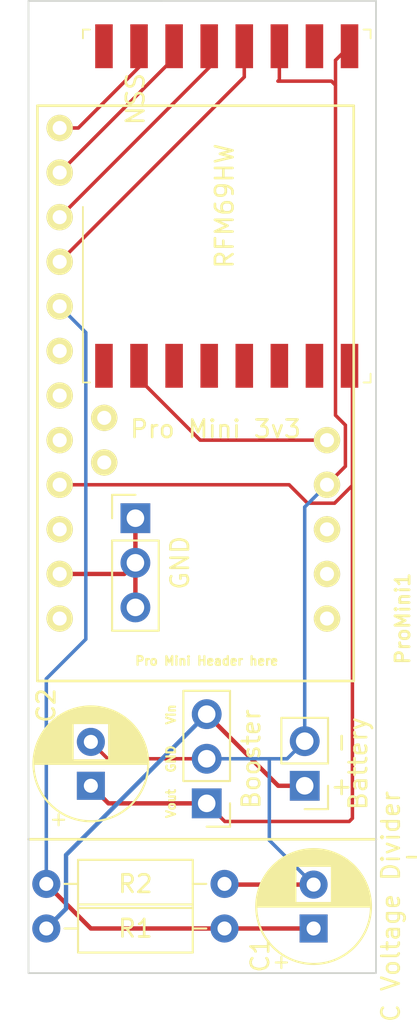
<source format=kicad_pcb>
(kicad_pcb (version 20211014) (generator pcbnew)
  (title_block (date "sam. 04 avril 2015"))
  (layers (0 "F.Cu" signal) (31 "B.Cu" signal) (34 "B.Paste" user) (35 "F.Paste" user) (36 "B.SilkS" user "B.Silkscreen") (37 "F.SilkS" user "F.Silkscreen") (38 "B.Mask" user) (39 "F.Mask" user) (44 "Edge.Cuts" user))
  (net 0 "")
  (net 1 "Net-(C2-Pad1)")
  (net 2 "GND")
  (net 3 "Net-(C1-Pad1)")
  (net 4 "+3V3")
  (net 20 "Net-(J3-Pad1)")
  (net 21 "Net-(ProMini1-PadDI00)")
  (net 23 "Net-(ProMini1-PadMISO)")
  (net 24 "Net-(ProMini1-PadMOSI)")
  (net 25 "Net-(ProMini1-PadNSS)")
  (net 26 "Net-(ProMini1-PadSCK)")
  (footprint "RF_Module:HOPERF_RFM69HW" (layer "F.Cu") (at 104.775 66.04 90)
    (fp_text reference "RFM69HW" (at 0 -0.127 90) (layer "F.SilkS"))
    (fp_text value "RFM69HW")
    (fp_line (start -10.05 -8.2) (end -0.05 -8.2) (layer "F.SilkS") (width 0.1))
    (fp_line (start 10.05 -8.2) (end 10.05 -7.8) (layer "F.SilkS") (width 0.1))
    (fp_line (start -10.05 8.2) (end -9.55 8.2) (layer "F.SilkS") (width 0.1))
    (fp_line (start -10.05 7.8) (end -10.05 8.2) (layer "F.SilkS") (width 0.1))
    (fp_line (start 9.55 -8.2) (end 10.05 -8.2) (layer "F.SilkS") (width 0.1))
    (fp_line (start 9.55 8.2) (end 10.05 8.2) (layer "F.SilkS") (width 0.1))
    (fp_line (start 10.05 7.8) (end 10.05 8.2) (layer "F.SilkS") (width 0.1))
    (fp_line (start -10.05 -8.2) (end -10.05 -7.8) (layer "F.SilkS") (width 0.1))
    (pad "1" smd rect (at -9.1 -7 90) (size 2.5 1) (layers "F.Cu" "F.Paste" "F.Mask"))
    (pad "2" smd rect (at -9.1 -5 90) (size 2.5 1) (layers "F.Cu" "F.Paste" "F.Mask") (net 21 "Net-(ProMini1-PadDI00)"))
    (pad "3" smd rect (at -9.1 -3 90) (size 2.5 1) (layers "F.Cu" "F.Paste" "F.Mask"))
    (pad "4" smd rect (at -9.1 -1 90) (size 2.5 1) (layers "F.Cu" "F.Paste" "F.Mask"))
    (pad "5" smd rect (at -9.1 1 90) (size 2.5 1) (layers "F.Cu" "F.Paste" "F.Mask"))
    (pad "6" smd rect (at -9.1 3 90) (size 2.5 1) (layers "F.Cu" "F.Paste" "F.Mask"))
    (pad "7" smd rect (at -9.1 5 90) (size 2.5 1) (layers "F.Cu" "F.Paste" "F.Mask"))
    (pad "8" smd rect (at -9.1 7 90) (size 2.5 1) (layers "F.Cu" "F.Paste" "F.Mask") (net 1 "Net-(C2-Pad1)"))
    (pad "9" smd rect (at 9.1 7 90) (size 2.5 1) (layers "F.Cu" "F.Paste" "F.Mask") (net 2 "GND"))
    (pad "10" smd rect (at 9.1 5 90) (size 2.5 1) (layers "F.Cu" "F.Paste" "F.Mask"))
    (pad "11" smd rect (at 9.1 3 90) (size 2.5 1) (layers "F.Cu" "F.Paste" "F.Mask") (net 2 "GND"))
    (pad "12" smd rect (at 9.1 1 90) (size 2.5 1) (layers "F.Cu" "F.Paste" "F.Mask") (net 26 "Net-(ProMini1-PadSCK)"))
    (pad "13" smd rect (at 9.1 -1 90) (size 2.5 1) (layers "F.Cu" "F.Paste" "F.Mask") (net 23 "Net-(ProMini1-PadMISO)"))
    (pad "14" smd rect (at 9.1 -3 90) (size 2.5 1) (layers "F.Cu" "F.Paste" "F.Mask") (net 24 "Net-(ProMini1-PadMOSI)"))
    (pad "15" smd rect (at 9.1 -5 90) (size 2.5 1) (layers "F.Cu" "F.Paste" "F.Mask") (net 25 "Net-(ProMini1-PadNSS)"))
    (pad "16" smd rect (at 9.1 -7 90) (size 2.5 1) (layers "F.Cu" "F.Paste" "F.Mask"))
  )
  (footprint "Capacitor_THT:CP_Radial_D6.3mm_P2.50mm" (layer "F.Cu") (at 97.028 99.06 90)
    (fp_text reference "C2" (at 4.572 -2.54 90) (layer "F.SilkS"))
    (fp_text value "C Booster")
    (fp_text user "${REFERENCE}" (at 4.573754 -2.553832 90) (layer "F.SilkS"))
    (fp_line (start 2.011 1.04) (end 2.011 3.141) (layer "F.SilkS") (width 0.12))
    (fp_line (start 1.49 1.04) (end 1.49 3.222) (layer "F.SilkS") (width 0.12))
    (fp_line (start 3.131 -2.636) (end 3.131 -1.04) (layer "F.SilkS") (width 0.12))
    (fp_line (start 3.211 1.04) (end 3.211 2.578) (layer "F.SilkS") (width 0.12))
    (fp_line (start 3.971 -1.776) (end 3.971 1.776) (layer "F.SilkS") (width 0.12))
    (fp_line (start 3.091 1.04) (end 3.091 2.664) (layer "F.SilkS") (width 0.12))
    (fp_line (start 1.77 -3.189) (end 1.77 -1.04) (layer "F.SilkS") (width 0.12))
    (fp_line (start 2.531 1.04) (end 2.531 2.97) (layer "F.SilkS") (width 0.12))
    (fp_line (start 2.611 1.04) (end 2.611 2.934) (layer "F.SilkS") (width 0.12))
    (fp_line (start 2.811 1.04) (end 2.811 2.834) (layer "F.SilkS") (width 0.12))
    (fp_line (start 1.61 -3.211) (end 1.61 -1.04) (layer "F.SilkS") (width 0.12))
    (fp_line (start 3.291 -2.516) (end 3.291 -1.04) (layer "F.SilkS") (width 0.12))
    (fp_line (start 2.651 -2.916) (end 2.651 -1.04) (layer "F.SilkS") (width 0.12))
    (fp_line (start 4.491 -0.402) (end 4.491 0.402) (layer "F.SilkS") (width 0.12))
    (fp_line (start 4.091 -1.581) (end 4.091 1.581) (layer "F.SilkS") (width 0.12))
    (fp_line (start -2.250241 -1.839) (end -1.620241 -1.839) (layer "F.SilkS") (width 0.12))
    (fp_line (start 2.451 -3.002) (end 2.451 -1.04) (layer "F.SilkS") (width 0.12))
    (fp_line (start 3.691 -2.137) (end 3.691 2.137) (layer "F.SilkS") (width 0.12))
    (fp_line (start 2.571 1.04) (end 2.571 2.952) (layer "F.SilkS") (width 0.12))
    (fp_line (start 4.171 -1.432) (end 4.171 1.432) (layer "F.SilkS") (width 0.12))
    (fp_line (start 3.371 1.04) (end 3.371 2.45) (layer "F.SilkS") (width 0.12))
    (fp_line (start 3.051 1.04) (end 3.051 2.69) (layer "F.SilkS") (width 0.12))
    (fp_line (start 3.451 1.04) (end 3.451 2.38) (layer "F.SilkS") (width 0.12))
    (fp_line (start 3.011 -2.716) (end 3.011 -1.04) (layer "F.SilkS") (width 0.12))
    (fp_line (start 1.971 1.04) (end 1.971 3.15) (layer "F.SilkS") (width 0.12))
    (fp_line (start 2.331 -3.047) (end 2.331 -1.04) (layer "F.SilkS") (width 0.12))
    (fp_line (start 1.81 1.04) (end 1.81 3.182) (layer "F.SilkS") (width 0.12))
    (fp_line (start 2.851 -2.812) (end 2.851 -1.04) (layer "F.SilkS") (width 0.12))
    (fp_line (start 4.131 -1.509) (end 4.131 1.509) (layer "F.SilkS") (width 0.12))
    (fp_line (start 1.61 1.04) (end 1.61 3.211) (layer "F.SilkS") (width 0.12))
    (fp_line (start 2.211 -3.086) (end 2.211 -1.04) (layer "F.SilkS") (width 0.12))
    (fp_line (start 2.931 -2.766) (end 2.931 -1.04) (layer "F.SilkS") (width 0.12))
    (fp_line (start 3.051 -2.69) (end 3.051 -1.04) (layer "F.SilkS") (width 0.12))
    (fp_line (start 1.69 1.04) (end 1.69 3.201) (layer "F.SilkS") (width 0.12))
    (fp_line (start 2.091 -3.121) (end 2.091 -1.04) (layer "F.SilkS") (width 0.12))
    (fp_line (start 2.171 1.04) (end 2.171 3.098) (layer "F.SilkS") (width 0.12))
    (fp_line (start 2.131 -3.11) (end 2.131 -1.04) (layer "F.SilkS") (width 0.12))
    (fp_line (start 3.131 1.04) (end 3.131 2.636) (layer "F.SilkS") (width 0.12))
    (fp_line (start 4.211 -1.35) (end 4.211 1.35) (layer "F.SilkS") (width 0.12))
    (fp_line (start 2.131 1.04) (end 2.131 3.11) (layer "F.SilkS") (width 0.12))
    (fp_line (start 4.291 -1.165) (end 4.291 1.165) (layer "F.SilkS") (width 0.12))
    (fp_line (start 2.211 1.04) (end 2.211 3.086) (layer "F.SilkS") (width 0.12))
    (fp_line (start 2.371 1.04) (end 2.371 3.033) (layer "F.SilkS") (width 0.12))
    (fp_line (start 2.811 -2.834) (end 2.811 -1.04) (layer "F.SilkS") (width 0.12))
    (fp_line (start 1.89 -3.167) (end 1.89 -1.04) (layer "F.SilkS") (width 0.12))
    (fp_line (start -1.935241 -2.154) (end -1.935241 -1.524) (layer "F.SilkS") (width 0.12))
    (fp_line (start 2.251 1.04) (end 2.251 3.074) (layer "F.SilkS") (width 0.12))
    (fp_line (start 1.65 -3.206) (end 1.65 -1.04) (layer "F.SilkS") (width 0.12))
    (fp_line (start 3.771 -2.044) (end 3.771 2.044) (layer "F.SilkS") (width 0.12))
    (fp_line (start 3.211 -2.578) (end 3.211 -1.04) (layer "F.SilkS") (width 0.12))
    (fp_line (start 3.011 1.04) (end 3.011 2.716) (layer "F.SilkS") (width 0.12))
    (fp_line (start 1.57 -3.215) (end 1.57 -1.04) (layer "F.SilkS") (width 0.12))
    (fp_line (start 3.931 -1.834) (end 3.931 1.834) (layer "F.SilkS") (width 0.12))
    (fp_line (start 4.051 -1.65) (end 4.051 1.65) (layer "F.SilkS") (width 0.12))
    (fp_line (start 2.051 1.04) (end 2.051 3.131) (layer "F.SilkS") (width 0.12))
    (fp_line (start 2.291 1.04) (end 2.291 3.061) (layer "F.SilkS") (width 0.12))
    (fp_line (start 3.091 -2.664) (end 3.091 -1.04) (layer "F.SilkS") (width 0.12))
    (fp_line (start 3.411 1.04) (end 3.411 2.416) (layer "F.SilkS") (width 0.12))
    (fp_line (start 1.45 -3.224) (end 1.45 3.224) (layer "F.SilkS") (width 0.12))
    (fp_line (start 1.53 -3.218) (end 1.53 -1.04) (layer "F.SilkS") (width 0.12))
    (fp_line (start 3.531 1.04) (end 3.531 2.305) (layer "F.SilkS") (width 0.12))
    (fp_line (start 3.331 1.04) (end 3.331 2.484) (layer "F.SilkS") (width 0.12))
    (fp_line (start 2.531 -2.97) (end 2.531 -1.04) (layer "F.SilkS") (width 0.12))
    (fp_line (start 2.491 1.04) (end 2.491 2.986) (layer "F.SilkS") (width 0.12))
    (fp_line (start 2.091 1.04) (end 2.091 3.121) (layer "F.SilkS") (width 0.12))
    (fp_line (start 2.851 1.04) (end 2.851 2.812) (layer "F.SilkS") (width 0.12))
    (fp_line (start 1.53 1.04) (end 1.53 3.218) (layer "F.SilkS") (width 0.12))
    (fp_line (start 3.411 -2.416) (end 3.411 -1.04) (layer "F.SilkS") (width 0.12))
    (fp_line (start 3.491 -2.343) (end 3.491 -1.04) (layer "F.SilkS") (width 0.12))
    (fp_line (start 3.651 -2.182) (end 3.651 2.182) (layer "F.SilkS") (width 0.12))
    (fp_line (start 1.65 1.04) (end 1.65 3.206) (layer "F.SilkS") (width 0.12))
    (fp_line (start 2.731 1.04) (end 2.731 2.876) (layer "F.SilkS") (width 0.12))
    (fp_line (start 1.85 -3.175) (end 1.85 -1.04) (layer "F.SilkS") (width 0.12))
    (fp_line (start 4.251 -1.262) (end 4.251 1.262) (layer "F.SilkS") (width 0.12))
    (fp_line (start 2.051 -3.131) (end 2.051 -1.04) (layer "F.SilkS") (width 0.12))
    (fp_line (start 1.89 1.04) (end 1.89 3.167) (layer "F.SilkS") (width 0.12))
    (fp_line (start 2.971 -2.742) (end 2.971 -1.04) (layer "F.SilkS") (width 0.12))
    (fp_line (start 3.371 -2.45) (end 3.371 -1.04) (layer "F.SilkS") (width 0.12))
    (fp_line (start 1.33 -3.23) (end 1.33 3.23) (layer "F.SilkS") (width 0.12))
    (fp_line (start 2.171 -3.098) (end 2.171 -1.04) (layer "F.SilkS") (width 0.12))
    (fp_line (start 1.29 -3.23) (end 1.29 3.23) (layer "F.SilkS") (width 0.12))
    (fp_line (start 3.171 1.04) (end 3.171 2.607) (layer "F.SilkS") (width 0.12))
    (fp_line (start 1.73 -3.195) (end 1.73 -1.04) (layer "F.SilkS") (width 0.12))
    (fp_line (start 3.611 -2.224) (end 3.611 2.224) (layer "F.SilkS") (width 0.12))
    (fp_line (start 1.971 -3.15) (end 1.971 -1.04) (layer "F.SilkS") (width 0.12))
    (fp_line (start 3.291 1.04) (end 3.291 2.516) (layer "F.SilkS") (width 0.12))
    (fp_line (start 3.891 -1.89) (end 3.891 1.89) (layer "F.SilkS") (width 0.12))
    (fp_line (start 2.411 -3.018) (end 2.411 -1.04) (layer "F.SilkS") (width 0.12))
    (fp_line (start 1.77 1.04) (end 1.77 3.189) (layer "F.SilkS") (width 0.12))
    (fp_line (start 2.971 1.04) (end 2.971 2.742) (layer "F.SilkS") (width 0.12))
    (fp_line (start 1.69 -3.201) (end 1.69 -1.04) (layer "F.SilkS") (width 0.12))
    (fp_line (start 2.491 -2.986) (end 2.491 -1.04) (layer "F.SilkS") (width 0.12))
    (fp_line (start 1.93 1.04) (end 1.93 3.159) (layer "F.SilkS") (width 0.12))
    (fp_line (start 2.891 -2.79) (end 2.891 -1.04) (layer "F.SilkS") (width 0.12))
    (fp_line (start 3.331 -2.484) (end 3.331 -1.04) (layer "F.SilkS") (width 0.12))
    (fp_line (start 4.451 -0.633) (end 4.451 0.633) (layer "F.SilkS") (width 0.12))
    (fp_line (start 1.81 -3.182) (end 1.81 -1.04) (layer "F.SilkS") (width 0.12))
    (fp_line (start 2.731 -2.876) (end 2.731 -1.04) (layer "F.SilkS") (width 0.12))
    (fp_line (start 1.25 -3.23) (end 1.25 3.23) (layer "F.SilkS") (width 0.12))
    (fp_line (start 3.171 -2.607) (end 3.171 -1.04) (layer "F.SilkS") (width 0.12))
    (fp_line (start 2.691 1.04) (end 2.691 2.896) (layer "F.SilkS") (width 0.12))
    (fp_line (start 2.331 1.04) (end 2.331 3.047) (layer "F.SilkS") (width 0.12))
    (fp_line (start 3.491 1.04) (end 3.491 2.343) (layer "F.SilkS") (width 0.12))
    (fp_line (start 1.93 -3.159) (end 1.93 -1.04) (layer "F.SilkS") (width 0.12))
    (fp_line (start 3.571 -2.265) (end 3.571 2.265) (layer "F.SilkS") (width 0.12))
    (fp_line (start 2.611 -2.934) (end 2.611 -1.04) (layer "F.SilkS") (width 0.12))
    (fp_line (start 3.851 -1.944) (end 3.851 1.944) (layer "F.SilkS") (width 0.12))
    (fp_line (start 1.37 -3.228) (end 1.37 3.228) (layer "F.SilkS") (width 0.12))
    (fp_line (start 2.291 -3.061) (end 2.291 -1.04) (layer "F.SilkS") (width 0.12))
    (fp_line (start 4.331 -1.059) (end 4.331 1.059) (layer "F.SilkS") (width 0.12))
    (fp_line (start 2.771 -2.856) (end 2.771 -1.04) (layer "F.SilkS") (width 0.12))
    (fp_line (start 3.251 -2.548) (end 3.251 -1.04) (layer "F.SilkS") (width 0.12))
    (fp_line (start 1.73 1.04) (end 1.73 3.195) (layer "F.SilkS") (width 0.12))
    (fp_line (start 2.451 1.04) (end 2.451 3.002) (layer "F.SilkS") (width 0.12))
    (fp_line (start 2.411 1.04) (end 2.411 3.018) (layer "F.SilkS") (width 0.12))
    (fp_line (start 3.251 1.04) (end 3.251 2.548) (layer "F.SilkS") (width 0.12))
    (fp_line (start 2.651 1.04) (end 2.651 2.916) (layer "F.SilkS") (width 0.12))
    (fp_line (start 1.85 1.04) (end 1.85 3.175) (layer "F.SilkS") (width 0.12))
    (fp_line (start 3.811 -1.995) (end 3.811 1.995) (layer "F.SilkS") (width 0.12))
    (fp_line (start 2.691 -2.896) (end 2.691 -1.04) (layer "F.SilkS") (width 0.12))
    (fp_line (start 4.011 -1.714) (end 4.011 1.714) (layer "F.SilkS") (width 0.12))
    (fp_line (start 1.49 -3.222) (end 1.49 -1.04) (layer "F.SilkS") (width 0.12))
    (fp_line (start 2.011 -3.141) (end 2.011 -1.04) (layer "F.SilkS") (width 0.12))
    (fp_line (start 4.371 -0.94) (end 4.371 0.94) (layer "F.SilkS") (width 0.12))
    (fp_line (start 2.251 -3.074) (end 2.251 -1.04) (layer "F.SilkS") (width 0.12))
    (fp_line (start 2.771 1.04) (end 2.771 2.856) (layer "F.SilkS") (width 0.12))
    (fp_line (start 3.731 -2.092) (end 3.731 2.092) (layer "F.SilkS") (width 0.12))
    (fp_line (start 3.531 -2.305) (end 3.531 -1.04) (layer "F.SilkS") (width 0.12))
    (fp_line (start 1.41 -3.227) (end 1.41 3.227) (layer "F.SilkS") (width 0.12))
    (fp_line (start 2.371 -3.033) (end 2.371 -1.04) (layer "F.SilkS") (width 0.12))
    (fp_line (start 3.451 -2.38) (end 3.451 -1.04) (layer "F.SilkS") (width 0.12))
    (fp_line (start 1.57 1.04) (end 1.57 3.215) (layer "F.SilkS") (width 0.12))
    (fp_line (start 2.931 1.04) (end 2.931 2.766) (layer "F.SilkS") (width 0.12))
    (fp_line (start 2.571 -2.952) (end 2.571 -1.04) (layer "F.SilkS") (width 0.12))
    (fp_line (start 2.891 1.04) (end 2.891 2.79) (layer "F.SilkS") (width 0.12))
    (fp_line (start 4.411 -0.802) (end 4.411 0.802) (layer "F.SilkS") (width 0.12))
    (fp_circle (center 1.25 0) (end 4.52 0) (layer "F.SilkS") (width 0.12) (fill none))
    (pad "1" thru_hole rect (at 0 0 90) (size 1.6 1.6) (drill 0.8) (layers *.Cu *.Mask) (net 1 "Net-(C2-Pad1)"))
    (pad "2" thru_hole circle (at 2.5 0 90) (size 1.6 1.6) (drill 0.8) (layers *.Cu *.Mask) (net 2 "GND"))
  )
  (footprint "Connector_PinHeader_2.54mm:PinHeader_1x03_P2.54mm_Vertical" (layer "F.Cu") (at 103.632 100.061 180)
    (fp_text reference "Booster" (at -2.54 2.525 90) (layer "F.SilkS"))
    (fp_text value "Booster Pins")
    (fp_line (start -1.33 1.27) (end -1.33 6.41) (layer "F.SilkS") (width 0.12))
    (fp_line (start -1.33 1.27) (end 1.33 1.27) (layer "F.SilkS") (width 0.12))
    (fp_line (start 1.33 1.27) (end 1.33 6.41) (layer "F.SilkS") (width 0.12))
    (fp_line (start -1.33 6.41) (end 1.33 6.41) (layer "F.SilkS") (width 0.12))
    (fp_line (start -1.33 0) (end -1.33 -1.33) (layer "F.SilkS") (width 0.12))
    (fp_line (start -1.33 -1.33) (end 0 -1.33) (layer "F.SilkS") (width 0.12))
    (pad "1" thru_hole rect (at 0 0 180) (size 1.7 1.7) (drill 1) (layers *.Cu *.Mask) (net 1 "Net-(C2-Pad1)"))
    (pad "2" thru_hole oval (at 0 2.54 180) (size 1.7 1.7) (drill 1) (layers *.Cu *.Mask) (net 2 "GND"))
    (pad "3" thru_hole oval (at 0 5.08 180) (size 1.7 1.7) (drill 1) (layers *.Cu *.Mask) (net 4 "+3V3"))
  )
  (footprint "Connector_PinHeader_2.54mm:PinHeader_1x02_P2.54mm_Vertical" (layer "F.Cu") (at 109.22 99.06 180)
    (fp_text reference "Battery" (at -3.048 1.27 90) (layer "F.SilkS"))
    (fp_text value "Battery")
    (fp_line (start -1.33 3.87) (end 1.33 3.87) (layer "F.SilkS") (width 0.12))
    (fp_line (start -1.33 1.27) (end -1.33 3.87) (layer "F.SilkS") (width 0.12))
    (fp_line (start 1.33 1.27) (end 1.33 3.87) (layer "F.SilkS") (width 0.12))
    (fp_line (start -1.33 0) (end -1.33 -1.33) (layer "F.SilkS") (width 0.12))
    (fp_line (start -1.33 1.27) (end 1.33 1.27) (layer "F.SilkS") (width 0.12))
    (fp_line (start -1.33 -1.33) (end 0 -1.33) (layer "F.SilkS") (width 0.12))
    (pad "1" thru_hole rect (at 0 0 180) (size 1.7 1.7) (drill 1) (layers *.Cu *.Mask) (net 4 "+3V3"))
    (pad "2" thru_hole oval (at 0 2.54 180) (size 1.7 1.7) (drill 1) (layers *.Cu *.Mask) (net 2 "GND"))
  )
  (footprint "Resistor_THT:R_Axial_DIN0207_L6.3mm_D2.5mm_P10.16mm_Horizontal" (layer "F.Cu") (at 94.488 107.188)
    (fp_text reference "R1" (at 5.08 0) (layer "F.SilkS"))
    (fp_text value "R1")
    (fp_line (start 1.81 -1.37) (end 1.81 1.37) (layer "F.SilkS") (width 0.12))
    (fp_line (start 8.35 -1.37) (end 1.81 -1.37) (layer "F.SilkS") (width 0.12))
    (fp_line (start 1.81 1.37) (end 8.35 1.37) (layer "F.SilkS") (width 0.12))
    (fp_line (start 9.12 0) (end 8.35 0) (layer "F.SilkS") (width 0.12))
    (fp_line (start 8.35 1.37) (end 8.35 -1.37) (layer "F.SilkS") (width 0.12))
    (fp_line (start 1.04 0) (end 1.81 0) (layer "F.SilkS") (width 0.12))
    (pad "1" thru_hole circle (at 0 0) (size 1.6 1.6) (drill 0.8) (layers *.Cu *.Mask) (net 4 "+3V3"))
    (pad "2" thru_hole oval (at 10.16 0) (size 1.6 1.6) (drill 0.8) (layers *.Cu *.Mask) (net 3 "Net-(C1-Pad1)"))
  )
  (footprint "Resistor_THT:R_Axial_DIN0207_L6.3mm_D2.5mm_P10.16mm_Horizontal" (layer "F.Cu") (at 94.488 104.648)
    (fp_text reference "R2" (at 5.08 0) (layer "F.SilkS"))
    (fp_text value "R2")
    (fp_line (start 1.81 1.37) (end 8.35 1.37) (layer "F.SilkS") (width 0.12))
    (fp_line (start 8.35 1.37) (end 8.35 -1.37) (layer "F.SilkS") (width 0.12))
    (fp_line (start 9.12 0) (end 8.35 0) (layer "F.SilkS") (width 0.12))
    (fp_line (start 1.81 -1.37) (end 1.81 1.37) (layer "F.SilkS") (width 0.12))
    (fp_line (start 8.35 -1.37) (end 1.81 -1.37) (layer "F.SilkS") (width 0.12))
    (fp_line (start 1.04 0) (end 1.81 0) (layer "F.SilkS") (width 0.12))
    (pad "1" thru_hole circle (at 0 0) (size 1.6 1.6) (drill 0.8) (layers *.Cu *.Mask) (net 3 "Net-(C1-Pad1)"))
    (pad "2" thru_hole oval (at 10.16 0) (size 1.6 1.6) (drill 0.8) (layers *.Cu *.Mask) (net 2 "GND"))
  )
  (footprint "Capacitor_THT:CP_Radial_D6.3mm_P2.50mm" (layer "F.Cu") (at 109.728 107.188 90)
    (fp_text reference "C1" (at -1.524 -3.048 90) (layer "F.SilkS"))
    (fp_text value "C Voltage Divider" (at 1.25 4.4 90) (layer "F.SilkS"))
    (fp_line (start 3.251 -2.548) (end 3.251 -1.04) (layer "F.SilkS") (width 0.12))
    (fp_line (start 3.571 -2.265) (end 3.571 2.265) (layer "F.SilkS") (width 0.12))
    (fp_line (start 1.49 -3.222) (end 1.49 -1.04) (layer "F.SilkS") (width 0.12))
    (fp_line (start 3.371 1.04) (end 3.371 2.45) (layer "F.SilkS") (width 0.12))
    (fp_line (start 2.611 -2.934) (end 2.611 -1.04) (layer "F.SilkS") (width 0.12))
    (fp_line (start 1.971 1.04) (end 1.971 3.15) (layer "F.SilkS") (width 0.12))
    (fp_line (start 2.571 1.04) (end 2.571 2.952) (layer "F.SilkS") (width 0.12))
    (fp_line (start 4.211 -1.35) (end 4.211 1.35) (layer "F.SilkS") (width 0.12))
    (fp_line (start 3.331 1.04) (end 3.331 2.484) (layer "F.SilkS") (width 0.12))
    (fp_line (start 4.371 -0.94) (end 4.371 0.94) (layer "F.SilkS") (width 0.12))
    (fp_line (start 2.651 1.04) (end 2.651 2.916) (layer "F.SilkS") (width 0.12))
    (fp_line (start 1.29 -3.23) (end 1.29 3.23) (layer "F.SilkS") (width 0.12))
    (fp_line (start 3.291 -2.516) (end 3.291 -1.04) (layer "F.SilkS") (width 0.12))
    (fp_line (start 3.491 1.04) (end 3.491 2.343) (layer "F.SilkS") (width 0.12))
    (fp_line (start 1.77 -3.189) (end 1.77 -1.04) (layer "F.SilkS") (width 0.12))
    (fp_line (start 2.331 1.04) (end 2.331 3.047) (layer "F.SilkS") (width 0.12))
    (fp_line (start 3.291 1.04) (end 3.291 2.516) (layer "F.SilkS") (width 0.12))
    (fp_line (start 2.211 1.04) (end 2.211 3.086) (layer "F.SilkS") (width 0.12))
    (fp_line (start 3.811 -1.995) (end 3.811 1.995) (layer "F.SilkS") (width 0.12))
    (fp_line (start 3.931 -1.834) (end 3.931 1.834) (layer "F.SilkS") (width 0.12))
    (fp_line (start 4.131 -1.509) (end 4.131 1.509) (layer "F.SilkS") (width 0.12))
    (fp_line (start 1.971 -3.15) (end 1.971 -1.04) (layer "F.SilkS") (width 0.12))
    (fp_line (start 3.891 -1.89) (end 3.891 1.89) (layer "F.SilkS") (width 0.12))
    (fp_line (start 2.051 1.04) (end 2.051 3.131) (layer "F.SilkS") (width 0.12))
    (fp_line (start 1.65 -3.206) (end 1.65 -1.04) (layer "F.SilkS") (width 0.12))
    (fp_line (start 2.371 1.04) (end 2.371 3.033) (layer "F.SilkS") (width 0.12))
    (fp_line (start 2.971 1.04) (end 2.971 2.742) (layer "F.SilkS") (width 0.12))
    (fp_line (start 1.81 1.04) (end 1.81 3.182) (layer "F.SilkS") (width 0.12))
    (fp_line (start 2.131 1.04) (end 2.131 3.11) (layer "F.SilkS") (width 0.12))
    (fp_line (start 1.37 -3.228) (end 1.37 3.228) (layer "F.SilkS") (width 0.12))
    (fp_line (start 1.85 1.04) (end 1.85 3.175) (layer "F.SilkS") (width 0.12))
    (fp_line (start 2.011 -3.141) (end 2.011 -1.04) (layer "F.SilkS") (width 0.12))
    (fp_line (start 2.011 1.04) (end 2.011 3.141) (layer "F.SilkS") (width 0.12))
    (fp_line (start 3.651 -2.182) (end 3.651 2.182) (layer "F.SilkS") (width 0.12))
    (fp_line (start 2.731 1.04) (end 2.731 2.876) (layer "F.SilkS") (width 0.12))
    (fp_line (start 3.211 1.04) (end 3.211 2.578) (layer "F.SilkS") (width 0.12))
    (fp_line (start 3.131 -2.636) (end 3.131 -1.04) (layer "F.SilkS") (width 0.12))
    (fp_line (start 1.81 -3.182) (end 1.81 -1.04) (layer "F.SilkS") (width 0.12))
    (fp_line (start 1.69 -3.201) (end 1.69 -1.04) (layer "F.SilkS") (width 0.12))
    (fp_line (start 1.41 -3.227) (end 1.41 3.227) (layer "F.SilkS") (width 0.12))
    (fp_line (start 1.69 1.04) (end 1.69 3.201) (layer "F.SilkS") (width 0.12))
    (fp_line (start 2.371 -3.033) (end 2.371 -1.04) (layer "F.SilkS") (width 0.12))
    (fp_line (start 3.451 1.04) (end 3.451 2.38) (layer "F.SilkS") (width 0.12))
    (fp_line (start 3.491 -2.343) (end 3.491 -1.04) (layer "F.SilkS") (width 0.12))
    (fp_line (start 3.411 1.04) (end 3.411 2.416) (layer "F.SilkS") (width 0.12))
    (fp_line (start 2.851 1.04) (end 2.851 2.812) (layer "F.SilkS") (width 0.12))
    (fp_line (start 4.291 -1.165) (end 4.291 1.165) (layer "F.SilkS") (width 0.12))
    (fp_line (start 3.051 -2.69) (end 3.051 -1.04) (layer "F.SilkS") (width 0.12))
    (fp_line (start 2.131 -3.11) (end 2.131 -1.04) (layer "F.SilkS") (width 0.12))
    (fp_line (start 2.651 -2.916) (end 2.651 -1.04) (layer "F.SilkS") (width 0.12))
    (fp_line (start 2.931 -2.766) (end 2.931 -1.04) (layer "F.SilkS") (width 0.12))
    (fp_line (start 3.091 -2.664) (end 3.091 -1.04) (layer "F.SilkS") (width 0.12))
    (fp_line (start 2.891 1.04) (end 2.891 2.79) (layer "F.SilkS") (width 0.12))
    (fp_line (start 4.251 -1.262) (end 4.251 1.262) (layer "F.SilkS") (width 0.12))
    (fp_line (start 1.49 1.04) (end 1.49 3.222) (layer "F.SilkS") (width 0.12))
    (fp_line (start 2.931 1.04) (end 2.931 2.766) (layer "F.SilkS") (width 0.12))
    (fp_line (start 2.411 1.04) (end 2.411 3.018) (layer "F.SilkS") (width 0.12))
    (fp_line (start 1.93 -3.159) (end 1.93 -1.04) (layer "F.SilkS") (width 0.12))
    (fp_line (start 1.73 1.04) (end 1.73 3.195) (layer "F.SilkS") (width 0.12))
    (fp_line (start 2.571 -2.952) (end 2.571 -1.04) (layer "F.SilkS") (width 0.12))
    (fp_line (start 3.011 -2.716) (end 3.011 -1.04) (layer "F.SilkS") (width 0.12))
    (fp_line (start 1.61 1.04) (end 1.61 3.211) (layer "F.SilkS") (width 0.12))
    (fp_line (start 3.611 -2.224) (end 3.611 2.224) (layer "F.SilkS") (width 0.12))
    (fp_line (start 2.171 -3.098) (end 2.171 -1.04) (layer "F.SilkS") (width 0.12))
    (fp_line (start 4.411 -0.802) (end 4.411 0.802) (layer "F.SilkS") (width 0.12))
    (fp_line (start 1.57 -3.215) (end 1.57 -1.04) (layer "F.SilkS") (width 0.12))
    (fp_line (start 2.451 -3.002) (end 2.451 -1.04) (layer "F.SilkS") (width 0.12))
    (fp_line (start 3.211 -2.578) (end 3.211 -1.04) (layer "F.SilkS") (width 0.12))
    (fp_line (start 1.61 -3.211) (end 1.61 -1.04) (layer "F.SilkS") (width 0.12))
    (fp_line (start 1.65 1.04) (end 1.65 3.206) (layer "F.SilkS") (width 0.12))
    (fp_line (start 1.85 -3.175) (end 1.85 -1.04) (layer "F.SilkS") (width 0.12))
    (fp_line (start 1.89 -3.167) (end 1.89 -1.04) (layer "F.SilkS") (width 0.12))
    (fp_line (start 1.57 1.04) (end 1.57 3.215) (layer "F.SilkS") (width 0.12))
    (fp_line (start 2.251 1.04) (end 2.251 3.074) (layer "F.SilkS") (width 0.12))
    (fp_line (start 1.73 -3.195) (end 1.73 -1.04) (layer "F.SilkS") (width 0.12))
    (fp_line (start 3.531 -2.305) (end 3.531 -1.04) (layer "F.SilkS") (width 0.12))
    (fp_line (start 4.091 -1.581) (end 4.091 1.581) (layer "F.SilkS") (width 0.12))
    (fp_line (start 3.851 -1.944) (end 3.851 1.944) (layer "F.SilkS") (width 0.12))
    (fp_line (start 2.851 -2.812) (end 2.851 -1.04) (layer "F.SilkS") (width 0.12))
    (fp_line (start 3.251 1.04) (end 3.251 2.548) (layer "F.SilkS") (width 0.12))
    (fp_line (start 2.331 -3.047) (end 2.331 -1.04) (layer "F.SilkS") (width 0.12))
    (fp_line (start 1.45 -3.224) (end 1.45 3.224) (layer "F.SilkS") (width 0.12))
    (fp_line (start 3.451 -2.38) (end 3.451 -1.04) (layer "F.SilkS") (width 0.12))
    (fp_line (start 2.491 1.04) (end 2.491 2.986) (layer "F.SilkS") (width 0.12))
    (fp_line (start 4.491 -0.402) (end 4.491 0.402) (layer "F.SilkS") (width 0.12))
    (fp_line (start 3.731 -2.092) (end 3.731 2.092) (layer "F.SilkS") (width 0.12))
    (fp_line (start 1.89 1.04) (end 1.89 3.167) (layer "F.SilkS") (width 0.12))
    (fp_line (start 2.771 1.04) (end 2.771 2.856) (layer "F.SilkS") (width 0.12))
    (fp_line (start 2.411 -3.018) (end 2.411 -1.04) (layer "F.SilkS") (width 0.12))
    (fp_line (start 2.491 -2.986) (end 2.491 -1.04) (layer "F.SilkS") (width 0.12))
    (fp_line (start 4.171 -1.432) (end 4.171 1.432) (layer "F.SilkS") (width 0.12))
    (fp_line (start 1.53 1.04) (end 1.53 3.218) (layer "F.SilkS") (width 0.12))
    (fp_line (start 3.691 -2.137) (end 3.691 2.137) (layer "F.SilkS") (width 0.12))
    (fp_line (start 3.531 1.04) (end 3.531 2.305) (layer "F.SilkS") (width 0.12))
    (fp_line (start 2.091 -3.121) (end 2.091 -1.04) (layer "F.SilkS") (width 0.12))
    (fp_line (start 2.451 1.04) (end 2.451 3.002) (layer "F.SilkS") (width 0.12))
    (fp_line (start 4.331 -1.059) (end 4.331 1.059) (layer "F.SilkS") (width 0.12))
    (fp_line (start 3.371 -2.45) (end 3.371 -1.04) (layer "F.SilkS") (width 0.12))
    (fp_line (start 2.211 -3.086) (end 2.211 -1.04) (layer "F.SilkS") (width 0.12))
    (fp_line (start 2.691 1.04) (end 2.691 2.896) (layer "F.SilkS") (width 0.12))
    (fp_line (start 3.411 -2.416) (end 3.411 -1.04) (layer "F.SilkS") (width 0.12))
    (fp_line (start 3.331 -2.484) (end 3.331 -1.04) (layer "F.SilkS") (width 0.12))
    (fp_line (start 2.891 -2.79) (end 2.891 -1.04) (layer "F.SilkS") (width 0.12))
    (fp_line (start 3.171 1.04) (end 3.171 2.607) (layer "F.SilkS") (width 0.12))
    (fp_line (start 4.011 -1.714) (end 4.011 1.714) (layer "F.SilkS") (width 0.12))
    (fp_line (start 2.691 -2.896) (end 2.691 -1.04) (layer "F.SilkS") (width 0.12))
    (fp_line (start 2.171 1.04) (end 2.171 3.098) (layer "F.SilkS") (width 0.12))
    (fp_line (start 4.451 -0.633) (end 4.451 0.633) (layer "F.SilkS") (width 0.12))
    (fp_line (start -2.250241 -1.839) (end -1.620241 -1.839) (layer "F.SilkS") (width 0.12))
    (fp_line (start 3.091 1.04) (end 3.091 2.664) (layer "F.SilkS") (width 0.12))
    (fp_line (start 2.811 1.04) (end 2.811 2.834) (layer "F.SilkS") (width 0.12))
    (fp_line (start 3.171 -2.607) (end 3.171 -1.04) (layer "F.SilkS") (width 0.12))
    (fp_line (start 2.731 -2.876) (end 2.731 -1.04) (layer "F.SilkS") (width 0.12))
    (fp_line (start 4.051 -1.65) (end 4.051 1.65) (layer "F.SilkS") (width 0.12))
    (fp_line (start 1.77 1.04) (end 1.77 3.189) (layer "F.SilkS") (width 0.12))
    (fp_line (start 1.33 -3.23) (end 1.33 3.23) (layer "F.SilkS") (width 0.12))
    (fp_line (start 2.971 -2.742) (end 2.971 -1.04) (layer "F.SilkS") (width 0.12))
    (fp_line (start 2.811 -2.834) (end 2.811 -1.04) (layer "F.SilkS") (width 0.12))
    (fp_line (start 1.25 -3.23) (end 1.25 3.23) (layer "F.SilkS") (width 0.12))
    (fp_line (start 2.291 -3.061) (end 2.291 -1.04) (layer "F.SilkS") (width 0.12))
    (fp_line (start 3.971 -1.776) (end 3.971 1.776) (layer "F.SilkS") (width 0.12))
    (fp_line (start 3.051 1.04) (end 3.051 2.69) (layer "F.SilkS") (width 0.12))
    (fp_line (start 3.771 -2.044) (end 3.771 2.044) (layer "F.SilkS") (width 0.12))
    (fp_line (start 2.531 1.04) (end 2.531 2.97) (layer "F.SilkS") (width 0.12))
    (fp_line (start 3.011 1.04) (end 3.011 2.716) (layer "F.SilkS") (width 0.12))
    (fp_line (start 3.131 1.04) (end 3.131 2.636) (layer "F.SilkS") (width 0.12))
    (fp_line (start 1.53 -3.218) (end 1.53 -1.04) (layer "F.SilkS") (width 0.12))
    (fp_line (start 2.051 -3.131) (end 2.051 -1.04) (layer "F.SilkS") (width 0.12))
    (fp_line (start 1.93 1.04) (end 1.93 3.159) (layer "F.SilkS") (width 0.12))
    (fp_line (start 2.611 1.04) (end 2.611 2.934) (layer "F.SilkS") (width 0.12))
    (fp_line (start 2.091 1.04) (end 2.091 3.121) (layer "F.SilkS") (width 0.12))
    (fp_line (start 2.531 -2.97) (end 2.531 -1.04) (layer "F.SilkS") (width 0.12))
    (fp_line (start -1.935241 -2.154) (end -1.935241 -1.524) (layer "F.SilkS") (width 0.12))
    (fp_line (start 2.771 -2.856) (end 2.771 -1.04) (layer "F.SilkS") (width 0.12))
    (fp_line (start 2.251 -3.074) (end 2.251 -1.04) (layer "F.SilkS") (width 0.12))
    (fp_line (start 2.291 1.04) (end 2.291 3.061) (layer "F.SilkS") (width 0.12))
    (fp_circle (center 1.25 0) (end 4.52 0) (layer "F.SilkS") (width 0.12) (fill none))
    (pad "1" thru_hole rect (at 0 0 90) (size 1.6 1.6) (drill 0.8) (layers *.Cu *.Mask) (net 3 "Net-(C1-Pad1)"))
    (pad "2" thru_hole circle (at 2.5 0 90) (size 1.6 1.6) (drill 0.8) (layers *.Cu *.Mask) (net 2 "GND"))
  )
  (footprint "footprints:pro_mini_rfmshield" (layer "F.Cu") (at 102.87 75.565)
    (fp_text reference "ProMini1" (at 11.938 13.97 90) (layer "F.SilkS") (effects (font (size 0.8 0.8) (thickness 0.16))))
    (fp_text value "rfmshield_pro_mini_pins" hide)
    (fp_text user "Pro Mini 3v3" (at 1.27 3.175 unlocked) (layer "F.SilkS"))
    (fp_line (start 9.144 -15.24) (end -8.89 -15.24) (layer "F.SilkS") (width 0.15))
    (fp_line (start -8.89 17.526) (end -8.89 -15.24) (layer "F.SilkS") (width 0.15))
    (fp_line (start 9.144 -15.24) (end 9.144 17.526) (layer "F.SilkS") (width 0.15))
    (fp_line (start -8.89 17.526) (end 9.144 17.526) (layer "F.SilkS") (width 0.15))
    (pad "1" thru_hole circle (at 7.62 13.97 90) (size 1.50114 1.50114) (drill 0.8001) (layers *.Cu *.Mask "F.SilkS"))
    (pad "2" thru_hole circle (at 7.62 11.43 90) (size 1.50114 1.50114) (drill 0.8001) (layers *.Cu *.Mask "F.SilkS"))
    (pad "3" thru_hole circle (at 7.62 8.89 90) (size 1.50114 1.50114) (drill 0.8001) (layers *.Cu *.Mask "F.SilkS"))
    (pad "18" thru_hole circle (at -7.62 -1.27 90) (size 1.50114 1.50114) (drill 0.8001) (layers *.Cu *.Mask "F.SilkS"))
    (pad "19" thru_hole circle (at -7.62 1.27 90) (size 1.50114 1.50114) (drill 0.8001) (layers *.Cu *.Mask "F.SilkS"))
    (pad "20" thru_hole circle (at -7.62 3.81 90) (size 1.50114 1.50114) (drill 0.8001) (layers *.Cu *.Mask "F.SilkS"))
    (pad "22" thru_hole circle (at -7.62 8.89 90) (size 1.50114 1.50114) (drill 0.8001) (layers *.Cu *.Mask "F.SilkS"))
    (pad "DI00" thru_hole circle (at 7.62 3.81 90) (size 1.50114 1.50114) (drill 0.8001) (layers *.Cu *.Mask "F.SilkS") (net 21 "Net-(ProMini1-PadDI00)"))
    (pad "GND1" thru_hole circle (at 7.62 6.35 90) (size 1.50114 1.50114) (drill 0.8001) (layers *.Cu *.Mask "F.SilkS") (net 2 "GND"))
    (pad "GND2" thru_hole circle (at -7.62 11.43 90) (size 1.50114 1.50114) (drill 0.8001) (layers *.Cu *.Mask "F.SilkS") (net 20 "Net-(J3-Pad1)"))
    (pad "MISO" thru_hole circle (at -7.62 -8.89 90) (size 1.50114 1.50114) (drill 0.8001) (layers *.Cu *.Mask "F.SilkS") (net 23 "Net-(ProMini1-PadMISO)"))
    (pad "MOSI" thru_hole circle (at -7.62 -11.43 90) (size 1.50114 1.50114) (drill 0.8001) (layers *.Cu *.Mask "F.SilkS") (net 24 "Net-(ProMini1-PadMOSI)"))
    (pad "NSS" thru_hole circle (at -7.62 -13.97 90) (size 1.50114 1.50114) (drill 0.8001) (layers *.Cu *.Mask "F.SilkS") (net 25 "Net-(ProMini1-PadNSS)"))
    (pad "RAW" thru_hole circle (at -7.62 13.97 90) (size 1.50114 1.50114) (drill 0.8001) (layers *.Cu *.Mask "F.SilkS"))
    (pad "SCK" thru_hole circle (at -7.62 -6.35 90) (size 1.50114 1.50114) (drill 0.8001) (layers *.Cu *.Mask "F.SilkS") (net 26 "Net-(ProMini1-PadSCK)"))
    (pad "SCL" thru_hole circle (at -5.08 5.08 90) (size 1.50114 1.50114) (drill 0.8001) (layers *.Cu *.Mask "F.SilkS"))
    (pad "SDA" thru_hole circle (at -5.08 2.54 90) (size 1.50114 1.50114) (drill 0.8001) (layers *.Cu *.Mask "F.SilkS"))
    (pad "VCC" thru_hole circle (at -7.62 6.35 90) (size 1.50114 1.50114) (drill 0.8001) (layers *.Cu *.Mask "F.SilkS") (net 1 "Net-(C2-Pad1)"))
    (pad "VolDiv" thru_hole circle (at -7.62 -3.81 90) (size 1.50114 1.50114) (drill 0.8001) (layers *.Cu *.Mask "F.SilkS") (net 3 "Net-(C1-Pad1)"))
  )
  (footprint "Connector_PinHeader_2.54mm:PinHeader_1x03_P2.54mm_Vertical" (layer "F.Cu") (at 99.568 83.82)
    (fp_text reference "GND" (at 2.54 2.54 90) (layer "F.SilkS"))
    (fp_text value "Conn_01x03_Female")
    (fp_line (start -1.33 1.27) (end -1.33 6.41) (layer "F.SilkS") (width 0.12))
    (fp_line (start 1.33 1.27) (end 1.33 6.41) (layer "F.SilkS") (width 0.12))
    (fp_line (start -1.33 -1.33) (end 0 -1.33) (layer "F.SilkS") (width 0.12))
    (fp_line (start -1.33 1.27) (end 1.33 1.27) (layer "F.SilkS") (width 0.12))
    (fp_line (start -1.33 6.41) (end 1.33 6.41) (layer "F.SilkS") (width 0.12))
    (fp_line (start -1.33 0) (end -1.33 -1.33) (layer "F.SilkS") (width 0.12))
    (pad "1" thru_hole rect (at 0 0) (size 1.7 1.7) (drill 1) (layers *.Cu *.Mask) (net 20 "Net-(J3-Pad1)"))
    (pad "2" thru_hole oval (at 0 2.54) (size 1.7 1.7) (drill 1) (layers *.Cu *.Mask) (net 20 "Net-(J3-Pad1)"))
    (pad "3" thru_hole oval (at 0 5.08) (size 1.7 1.7) (drill 1) (layers *.Cu *.Mask) (net 20 "Net-(J3-Pad1)"))
  )
  (gr_line (start 115.062 103.124) (end 115.57 103.124) (layer "F.SilkS") (width 0.15))
  (gr_line (start 113.284 102.108) (end 93.472 102.108) (layer "F.SilkS") (width 0.15))
  (gr_line (start 93.472 54.356) (end 101.092 54.356) (layer "Edge.Cuts") (width 0.1))
  (gr_line (start 93.472 54.356) (end 113.284 54.356) (layer "Edge.Cuts") (width 0.1))
  (gr_line (start 93.472 109.728) (end 93.472 54.356) (layer "Edge.Cuts") (width 0.1))
  (gr_line (start 113.284 54.356) (end 113.284 109.728) (layer "Edge.Cuts") (width 0.1))
  (gr_line (start 113.284 109.728) (end 93.472 109.728) (layer "Edge.Cuts") (width 0.1))
  (gr_text "Pro Mini Header here" (at 103.632 91.948) (layer "F.SilkS") (effects (font (size 0.5 0.5) (thickness 0.125))))
  (gr_text "GND\n" (at 101.6 97.536 90) (layer "F.SilkS") (effects (font (size 0.5 0.5) (thickness 0.125))))
  (gr_text "+" (at 111.252 99.147621 90) (layer "F.SilkS") (effects (font (size 1 1))))
  (gr_text "Vin" (at 101.6 94.996 90) (layer "F.SilkS") (effects (font (size 0.5 0.5) (thickness 0.125))))
  (gr_text "-" (at 111.252 96.607621 90) (layer "F.SilkS") (effects (font (size 1 1))))
  (gr_text "Vout" (at 101.6 100.076 90) (layer "F.SilkS") (effects (font (size 0.5 0.5) (thickness 0.125))))
  (gr_text "NSS" (at 99.568 59.944 90) (layer "F.SilkS") (effects (font (size 1 1))))
  (segment (start 111.939601 75.304601) (end 111.939601 81.608399) (width 0.2) (layer "F.Cu") (net 1))
  (segment (start 98.029 100.061) (end 97.028 99.06) (width 0.25) (layer "F.Cu") (net 1))
  (segment (start 111.939601 81.950439) (end 110.924959 82.965081) (width 0.2) (layer "F.Cu") (net 1))
  (segment (start 103.632 100.061) (end 98.029 100.061) (width 0.25) (layer "F.Cu") (net 1))
  (segment (start 111.939601 81.608399) (end 111.939601 100.912399) (width 0.2) (layer "F.Cu") (net 1))
  (segment (start 111.775 75.14) (end 111.939601 75.304601) (width 0.2) (layer "F.Cu") (net 1))
  (segment (start 111.939601 100.912399) (end 111.76 101.092) (width 0.2) (layer "F.Cu") (net 1))
  (segment (start 111.939601 81.608399) (end 111.939601 81.950439) (width 0.2) (layer "F.Cu") (net 1))
  (segment (start 104.663 101.092) (end 103.632 100.061) (width 0.2) (layer "F.Cu") (net 1))
  (segment (start 108.331 81.915) (end 95.25 81.915) (width 0.2) (layer "F.Cu") (net 1))
  (segment (start 111.76 101.092) (end 104.663 101.092) (width 0.2) (layer "F.Cu") (net 1))
  (segment (start 109.381081 82.965081) (end 108.331 81.915) (width 0.2) (layer "F.Cu") (net 1))
  (segment (start 110.924959 82.965081) (end 109.381081 82.965081) (width 0.2) (layer "F.Cu") (net 1))
  (segment (start 110.975489 77.955489) (end 111.540081 78.520081) (width 0.2) (layer "F.Cu") (net 2))
  (segment (start 111.775 56.94) (end 110.975489 57.739511) (width 0.2) (layer "F.Cu") (net 2))
  (segment (start 107.775 58.849) (end 107.775 56.94) (width 0.2) (layer "F.Cu") (net 2))
  (segment (start 111.540081 80.864919) (end 110.49 81.915) (width 0.2) (layer "F.Cu") (net 2))
  (segment (start 110.744 58.928) (end 107.696 58.928) (width 0.2) (layer "F.Cu") (net 2))
  (segment (start 110.975489 59.159489) (end 110.744 58.928) (width 0.2) (layer "F.Cu") (net 2))
  (segment (start 103.632 97.521) (end 97.989 97.521) (width 0.2) (layer "F.Cu") (net 2))
  (segment (start 110.975489 59.159489) (end 110.975489 77.955489) (width 0.2) (layer "F.Cu") (net 2))
  (segment (start 110.975489 57.739511) (end 110.975489 59.159489) (width 0.2) (layer "F.Cu") (net 2))
  (segment (start 111.540081 78.520081) (end 111.540081 80.864919) (width 0.2) (layer "F.Cu") (net 2))
  (segment (start 97.989 97.521) (end 97.028 96.56) (width 0.2) (layer "F.Cu") (net 2))
  (segment (start 107.696 58.928) (end 107.775 58.849) (width 0.2) (layer "F.Cu") (net 2))
  (segment (start 104.688 104.688) (end 104.648 104.648) (width 0.25) (layer "F.Cu") (net 2))
  (segment (start 109.728 104.688) (end 104.688 104.688) (width 0.25) (layer "F.Cu") (net 2))
  (segment (start 107.203 97.521) (end 107.203 102.163) (width 0.2) (layer "B.Cu") (net 2))
  (segment (start 108.219 97.521) (end 107.203 97.521) (width 0.2) (layer "B.Cu") (net 2))
  (segment (start 107.203 97.521) (end 103.632 97.521) (width 0.2) (layer "B.Cu") (net 2))
  (segment (start 109.22 83.185) (end 109.22 96.52) (width 0.2) (layer "B.Cu") (net 2))
  (segment (start 107.203 102.163) (end 109.728 104.688) (width 0.2) (layer "B.Cu") (net 2))
  (segment (start 110.49 81.915) (end 109.22 83.185) (width 0.2) (layer "B.Cu") (net 2))
  (segment (start 109.22 96.52) (end 108.219 97.521) (width 0.2) (layer "B.Cu") (net 2))
  (segment (start 104.648 107.188) (end 109.728 107.188) (width 0.25) (layer "F.Cu") (net 3))
  (segment (start 97.028 107.188) (end 94.488 104.648) (width 0.25) (layer "F.Cu") (net 3))
  (segment (start 104.648 107.188) (end 97.028 107.188) (width 0.25) (layer "F.Cu") (net 3))
  (segment (start 96.739919 90.712081) (end 94.488 92.964) (width 0.2) (layer "B.Cu") (net 3))
  (segment (start 96.739919 73.244919) (end 96.739919 90.712081) (width 0.2) (layer "B.Cu") (net 3))
  (segment (start 94.488 92.964) (end 94.488 104.648) (width 0.2) (layer "B.Cu") (net 3))
  (segment (start 95.25 71.755) (end 96.739919 73.244919) (width 0.2) (layer "B.Cu") (net 3))
  (segment (start 109.22 99.06) (end 107.711 99.06) (width 0.25) (layer "F.Cu") (net 4))
  (segment (start 107.711 99.06) (end 103.632 94.981) (width 0.25) (layer "F.Cu") (net 4))
  (segment (start 95.612511 103.000489) (end 95.612511 106.063489) (width 0.25) (layer "B.Cu") (net 4))
  (segment (start 103.632 94.981) (end 95.612511 103.000489) (width 0.25) (layer "B.Cu") (net 4))
  (segment (start 95.612511 106.063489) (end 94.488 107.188) (width 0.25) (layer "B.Cu") (net 4))
  (segment (start 99.187 85.979) (end 99.568 86.36) (width 0.25) (layer "F.Cu") (net 20))
  (segment (start 95.25 86.995) (end 98.933 86.995) (width 0.25) (layer "F.Cu") (net 20))
  (segment (start 99.568 86.36) (end 99.568 88.9) (width 0.25) (layer "F.Cu") (net 20))
  (segment (start 98.933 86.995) (end 99.568 86.36) (width 0.25) (layer "F.Cu") (net 20))
  (segment (start 99.568 83.82) (end 99.568 86.36) (width 0.25) (layer "F.Cu") (net 20))
  (segment (start 103.26 79.375) (end 110.49 79.375) (width 0.2) (layer "F.Cu") (net 21))
  (segment (start 99.775 75.89) (end 103.26 79.375) (width 0.2) (layer "F.Cu") (net 21))
  (segment (start 99.775 75.14) (end 99.775 75.89) (width 0.2) (layer "F.Cu") (net 21))
  (segment (start 103.775 58.15) (end 103.775 56.94) (width 0.2) (layer "F.Cu") (net 23))
  (segment (start 95.25 66.675) (end 103.775 58.15) (width 0.2) (layer "F.Cu") (net 23))
  (segment (start 101.775 57.61) (end 101.775 56.94) (width 0.2) (layer "F.Cu") (net 24))
  (segment (start 95.25 64.135) (end 101.775 57.61) (width 0.2) (layer "F.Cu") (net 24))
  (segment (start 95.25 61.595) (end 96.311466 61.595) (width 0.2) (layer "F.Cu") (net 25))
  (segment (start 99.775 58.131466) (end 99.775 56.94) (width 0.2) (layer "F.Cu") (net 25))
  (segment (start 96.311466 61.595) (end 99.775 58.131466) (width 0.2) (layer "F.Cu") (net 25))
  (segment (start 95.25 69.215) (end 105.775 58.69) (width 0.2) (layer "F.Cu") (net 26))
  (segment (start 105.775 58.69) (end 105.775 56.94) (width 0.2) (layer "F.Cu") (net 26))
)
</source>
